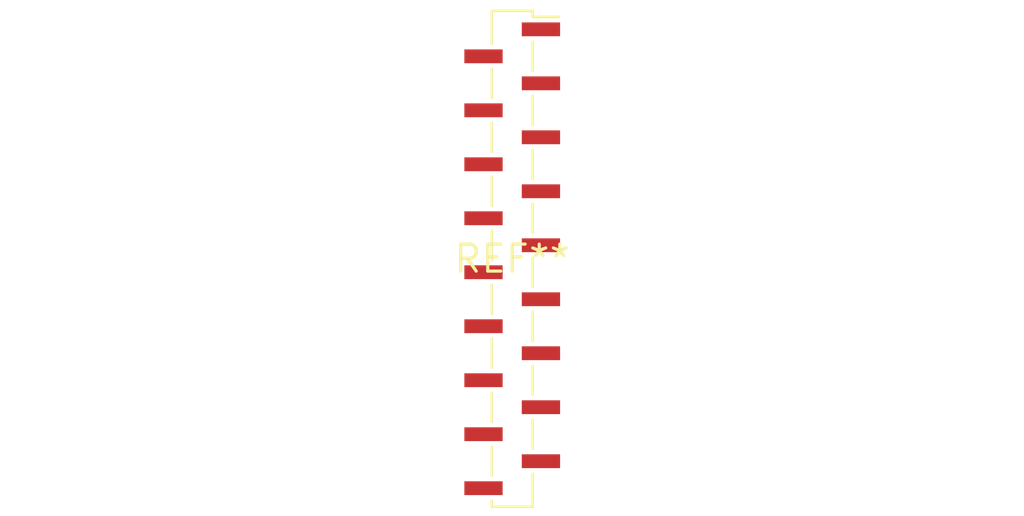
<source format=kicad_pcb>
(kicad_pcb (version 20240108) (generator pcbnew)
  (layers (0 "F.Cu" signal) (31 "B.Cu" signal) (34 "B.Paste" user) (35 "F.Paste" user) (36 "B.SilkS" user "B.Silkscreen") (37 "F.SilkS" user "F.Silkscreen") (38 "B.Mask" user) (39 "F.Mask" user) (44 "Edge.Cuts" user))
  (net 0 "")
  (footprint "PinSocket_1x18_P1.27mm_Vertical_SMD_Pin1Right" (layer "F.Cu") (at 0 0)
    (property "Reference" "REF**")
    (property "Value" "PinSocket_1x18_P1.27mm_Vertical_SMD_Pin1Right")
    (fp_line (start -0.96 -11.665) (end -0.96 -10.11) (layer "F.SilkS") (stroke (width 0.12)))
    (fp_line (start -0.96 -11.665) (end 0.96 -11.665) (layer "F.SilkS") (stroke (width 0.12)))
    (fp_line (start -0.96 -8.94) (end -0.96 -7.57) (layer "F.SilkS") (stroke (width 0.12)))
    (fp_line (start -0.96 -6.4) (end -0.96 -5.03) (layer "F.SilkS") (stroke (width 0.12)))
    (fp_line (start -0.96 -3.86) (end -0.96 -2.49) (layer "F.SilkS") (stroke (width 0.12)))
    (fp_line (start -0.96 -1.32) (end -0.96 0.05) (layer "F.SilkS") (stroke (width 0.12)))
    (fp_line (start -0.96 1.22) (end -0.96 2.59) (layer "F.SilkS") (stroke (width 0.12)))
    (fp_line (start -0.96 3.76) (end -0.96 5.13) (layer "F.SilkS") (stroke (width 0.12)))
    (fp_line (start -0.96 6.3) (end -0.96 7.67) (layer "F.SilkS") (stroke (width 0.12)))
    (fp_line (start -0.96 8.84) (end -0.96 10.21) (layer "F.SilkS") (stroke (width 0.12)))
    (fp_line (start -0.96 11.38) (end -0.96 11.665) (layer "F.SilkS") (stroke (width 0.12)))
    (fp_line (start -0.96 11.665) (end 0.96 11.665) (layer "F.SilkS") (stroke (width 0.12)))
    (fp_line (start 0.96 -11.665) (end 0.96 -11.38) (layer "F.SilkS") (stroke (width 0.12)))
    (fp_line (start 0.96 -11.38) (end 2.19 -11.38) (layer "F.SilkS") (stroke (width 0.12)))
    (fp_line (start 0.96 -10.21) (end 0.96 -8.84) (layer "F.SilkS") (stroke (width 0.12)))
    (fp_line (start 0.96 -7.67) (end 0.96 -6.3) (layer "F.SilkS") (stroke (width 0.12)))
    (fp_line (start 0.96 -5.13) (end 0.96 -3.76) (layer "F.SilkS") (stroke (width 0.12)))
    (fp_line (start 0.96 -2.59) (end 0.96 -1.22) (layer "F.SilkS") (stroke (width 0.12)))
    (fp_line (start 0.96 -0.05) (end 0.96 1.32) (layer "F.SilkS") (stroke (width 0.12)))
    (fp_line (start 0.96 2.49) (end 0.96 3.86) (layer "F.SilkS") (stroke (width 0.12)))
    (fp_line (start 0.96 5.03) (end 0.96 6.4) (layer "F.SilkS") (stroke (width 0.12)))
    (fp_line (start 0.96 7.57) (end 0.96 8.94) (layer "F.SilkS") (stroke (width 0.12)))
    (fp_line (start 0.96 10.11) (end 0.96 11.665) (layer "F.SilkS") (stroke (width 0.12)))
    (pad "1" smd rect (at 1.35 -10.795) (size 1.8 0.65) (layers "F.Cu" "F.Paste" "F.Mask"))
    (pad "2" smd rect (at -1.35 -9.525) (size 1.8 0.65) (layers "F.Cu" "F.Paste" "F.Mask"))
    (pad "3" smd rect (at 1.35 -8.255) (size 1.8 0.65) (layers "F.Cu" "F.Paste" "F.Mask"))
    (pad "4" smd rect (at -1.35 -6.985) (size 1.8 0.65) (layers "F.Cu" "F.Paste" "F.Mask"))
    (pad "5" smd rect (at 1.35 -5.715) (size 1.8 0.65) (layers "F.Cu" "F.Paste" "F.Mask"))
    (pad "6" smd rect (at -1.35 -4.445) (size 1.8 0.65) (layers "F.Cu" "F.Paste" "F.Mask"))
    (pad "7" smd rect (at 1.35 -3.175) (size 1.8 0.65) (layers "F.Cu" "F.Paste" "F.Mask"))
    (pad "8" smd rect (at -1.35 -1.905) (size 1.8 0.65) (layers "F.Cu" "F.Paste" "F.Mask"))
    (pad "9" smd rect (at 1.35 -0.635) (size 1.8 0.65) (layers "F.Cu" "F.Paste" "F.Mask"))
    (pad "10" smd rect (at -1.35 0.635) (size 1.8 0.65) (layers "F.Cu" "F.Paste" "F.Mask"))
    (pad "11" smd rect (at 1.35 1.905) (size 1.8 0.65) (layers "F.Cu" "F.Paste" "F.Mask"))
    (pad "12" smd rect (at -1.35 3.175) (size 1.8 0.65) (layers "F.Cu" "F.Paste" "F.Mask"))
    (pad "13" smd rect (at 1.35 4.445) (size 1.8 0.65) (layers "F.Cu" "F.Paste" "F.Mask"))
    (pad "14" smd rect (at -1.35 5.715) (size 1.8 0.65) (layers "F.Cu" "F.Paste" "F.Mask"))
    (pad "15" smd rect (at 1.35 6.985) (size 1.8 0.65) (layers "F.Cu" "F.Paste" "F.Mask"))
    (pad "16" smd rect (at -1.35 8.255) (size 1.8 0.65) (layers "F.Cu" "F.Paste" "F.Mask"))
    (pad "17" smd rect (at 1.35 9.525) (size 1.8 0.65) (layers "F.Cu" "F.Paste" "F.Mask"))
    (pad "18" smd rect (at -1.35 10.795) (size 1.8 0.65) (layers "F.Cu" "F.Paste" "F.Mask"))
  )
)
</source>
